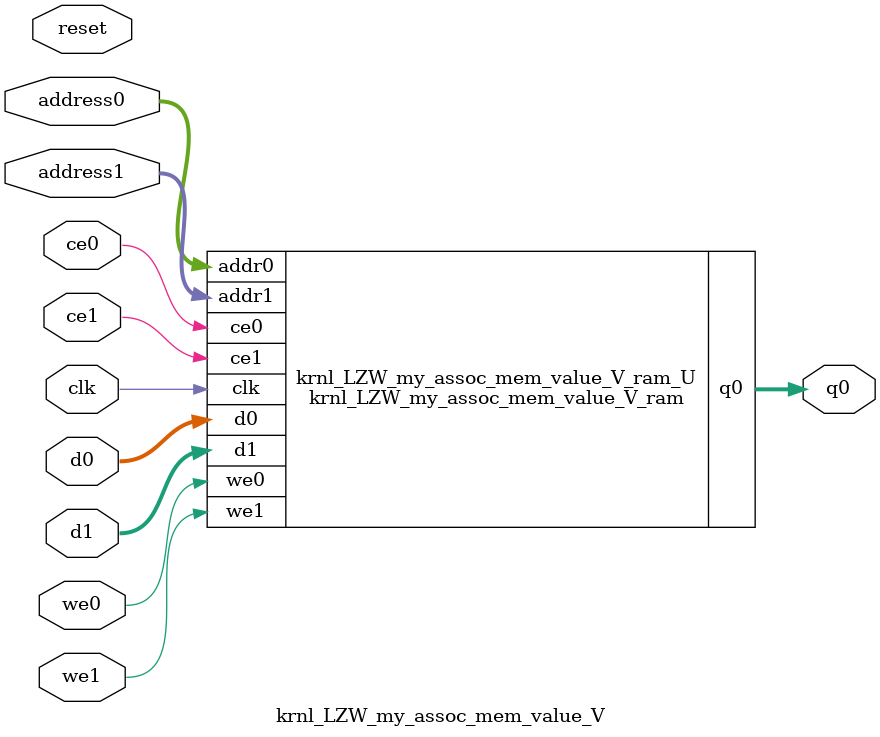
<source format=v>
`timescale 1 ns / 1 ps
module krnl_LZW_my_assoc_mem_value_V_ram (addr0, ce0, d0, we0, q0, addr1, ce1, d1, we1,  clk);

parameter DWIDTH = 13;
parameter AWIDTH = 8;
parameter MEM_SIZE = 216;

input[AWIDTH-1:0] addr0;
input ce0;
input[DWIDTH-1:0] d0;
input we0;
output reg[DWIDTH-1:0] q0;
input[AWIDTH-1:0] addr1;
input ce1;
input[DWIDTH-1:0] d1;
input we1;
input clk;

reg [DWIDTH-1:0] ram[0:MEM_SIZE-1];




always @(posedge clk)  
begin 
    if (ce0) begin
        if (we0) 
            ram[addr0] <= d0; 
        q0 <= ram[addr0];
    end
end


always @(posedge clk)  
begin 
    if (ce1) begin
        if (we1) 
            ram[addr1] <= d1; 
    end
end


endmodule

`timescale 1 ns / 1 ps
module krnl_LZW_my_assoc_mem_value_V(
    reset,
    clk,
    address0,
    ce0,
    we0,
    d0,
    q0,
    address1,
    ce1,
    we1,
    d1);

parameter DataWidth = 32'd13;
parameter AddressRange = 32'd216;
parameter AddressWidth = 32'd8;
input reset;
input clk;
input[AddressWidth - 1:0] address0;
input ce0;
input we0;
input[DataWidth - 1:0] d0;
output[DataWidth - 1:0] q0;
input[AddressWidth - 1:0] address1;
input ce1;
input we1;
input[DataWidth - 1:0] d1;



krnl_LZW_my_assoc_mem_value_V_ram krnl_LZW_my_assoc_mem_value_V_ram_U(
    .clk( clk ),
    .addr0( address0 ),
    .ce0( ce0 ),
    .we0( we0 ),
    .d0( d0 ),
    .q0( q0 ),
    .addr1( address1 ),
    .ce1( ce1 ),
    .we1( we1 ),
    .d1( d1 ));

endmodule


</source>
